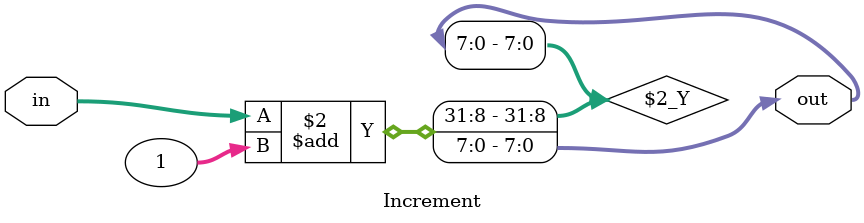
<source format=v>
module Increment(in,out);
 parameter n = 8;
 input [n-1:0]in;
 output reg [n-1:0]out;
 
always @(in)
 begin
 out = in + 1;
 end 
 
endmodule 
</source>
